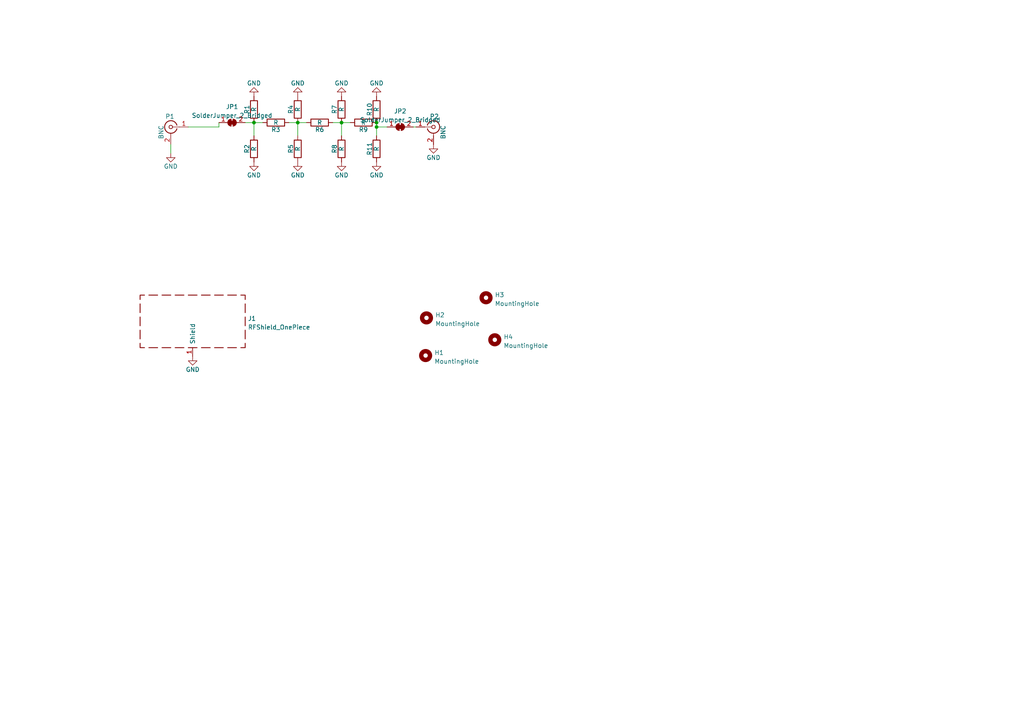
<source format=kicad_sch>
(kicad_sch (version 20211123) (generator eeschema)
  (paper "A4")
  (lib_symbols
    (symbol "Connector:Conn_Coaxial" (pin_names (offset 1.016) hide)
      (property "Reference" "J" (at 0.254 3.048 0))
      (property "Value" "Conn_Coaxial" (at 2.921 0 90))
      (symbol "Conn_Coaxial_0_1"
        (arc (start -1.778 -0.508) (mid 0.2311 -1.8066) (end 1.778 0) (stroke (width 0.254)))
        (polyline (pts (xy -2.54 0) (xy -0.508 0)))
        (polyline (pts (xy 0 -2.54) (xy 0 -1.778)))
        (circle (center 0 0) (radius 0.508) (stroke (width 0.2032)))
        (arc (start 1.778 0) (mid 0.2099 1.8101) (end -1.778 0.508) (stroke (width 0.254)))
      )
      (symbol "Conn_Coaxial_1_1"
        (pin passive line (at -5.08 0 0) (length 2.54) (name "In") (number "1"))
        (pin passive line (at 0 -5.08 90) (length 2.54) (name "Ext") (number "2"))
      )
    )
    (symbol "Device:R" (pin_numbers hide) (pin_names (offset 0))
      (property "Reference" "R" (at 2.032 0 90))
      (property "Value" "R" (at 0 0 90))
      (symbol "R_0_1"
        (rectangle (start -1.016 -2.54) (end 1.016 2.54) (stroke (width 0.254)))
      )
      (symbol "R_1_1"
        (pin passive line (at 0 3.81 270) (length 1.27) (name "~") (number "1"))
        (pin passive line (at 0 -3.81 90) (length 1.27) (name "~") (number "2"))
      )
    )
    (symbol "Device:RFShield_OnePiece" (pin_names (offset 1.016))
      (property "Reference" "J" (at 0 5.08 0))
      (property "Value" "RFShield_OnePiece" (at 0 2.54 0))
      (symbol "RFShield_OnePiece_0_1"
        (polyline (pts (xy -15.24 -5.08) (xy -15.24 -2.54)) (stroke (width 0.254)))
        (polyline (pts (xy -15.24 -1.27) (xy -15.24 1.27)) (stroke (width 0.254)))
        (polyline (pts (xy -15.24 2.54) (xy -15.24 5.08)) (stroke (width 0.254)))
        (polyline (pts (xy -12.7 7.62) (xy -10.16 7.62)) (stroke (width 0.254)))
        (polyline (pts (xy -10.16 -7.62) (xy -12.7 -7.62)) (stroke (width 0.254)))
        (polyline (pts (xy -6.35 -7.62) (xy -8.89 -7.62)) (stroke (width 0.254)))
        (polyline (pts (xy -6.35 7.62) (xy -8.89 7.62)) (stroke (width 0.254)))
        (polyline (pts (xy -2.54 -7.62) (xy -5.08 -7.62)) (stroke (width 0.254)))
        (polyline (pts (xy -2.54 7.62) (xy -5.08 7.62)) (stroke (width 0.254)))
        (polyline (pts (xy -1.27 -7.62) (xy 1.27 -7.62)) (stroke (width 0.254)))
        (polyline (pts (xy 1.27 7.62) (xy -1.27 7.62)) (stroke (width 0.254)))
        (polyline (pts (xy 2.54 -7.62) (xy 5.08 -7.62)) (stroke (width 0.254)))
        (polyline (pts (xy 5.08 7.62) (xy 2.54 7.62)) (stroke (width 0.254)))
        (polyline (pts (xy 6.35 -7.62) (xy 8.89 -7.62)) (stroke (width 0.254)))
        (polyline (pts (xy 8.89 7.62) (xy 6.35 7.62)) (stroke (width 0.254)))
        (polyline (pts (xy 10.16 -7.62) (xy 12.7 -7.62)) (stroke (width 0.254)))
        (polyline (pts (xy 12.7 7.62) (xy 10.16 7.62)) (stroke (width 0.254)))
        (polyline (pts (xy 15.24 -5.08) (xy 15.24 -2.54)) (stroke (width 0.254)))
        (polyline (pts (xy 15.24 -1.27) (xy 15.24 1.27)) (stroke (width 0.254)))
        (polyline (pts (xy 15.24 2.54) (xy 15.24 5.08)) (stroke (width 0.254)))
        (polyline (pts (xy -15.24 6.35) (xy -15.24 7.62) (xy -13.97 7.62)) (stroke (width 0.254)))
        (polyline (pts (xy -13.97 -7.62) (xy -15.24 -7.62) (xy -15.24 -6.35)) (stroke (width 0.254)))
        (polyline (pts (xy 13.97 -7.62) (xy 15.24 -7.62) (xy 15.24 -6.35)) (stroke (width 0.254)))
        (polyline (pts (xy 15.24 6.35) (xy 15.24 7.62) (xy 13.97 7.62)) (stroke (width 0.254)))
      )
      (symbol "RFShield_OnePiece_1_1"
        (pin passive line (at 0 -10.16 90) (length 2.54) (name "Shield") (number "1"))
      )
    )
    (symbol "Jumper:SolderJumper_2_Bridged" (pin_names (offset 0) hide)
      (property "Reference" "JP" (at 0 2.032 0))
      (property "Value" "SolderJumper_2_Bridged" (at 0 -2.54 0))
      (symbol "SolderJumper_2_Bridged_0_1"
        (rectangle (start -0.508 0.508) (end 0.508 -0.508) (fill (type outline)))
        (arc (start -0.254 1.016) (mid -1.27 0) (end -0.254 -1.016))
        (arc (start -0.254 1.016) (mid -1.27 0) (end -0.254 -1.016) (fill (type outline)))
        (polyline (pts (xy -0.254 1.016) (xy -0.254 -1.016)))
        (polyline (pts (xy 0.254 1.016) (xy 0.254 -1.016)))
        (arc (start 0.254 -1.016) (mid 1.27 0) (end 0.254 1.016))
        (arc (start 0.254 -1.016) (mid 1.27 0) (end 0.254 1.016) (fill (type outline)))
      )
      (symbol "SolderJumper_2_Bridged_1_1"
        (pin passive line (at -3.81 0 0) (length 2.54) (name "A") (number "1"))
        (pin passive line (at 3.81 0 180) (length 2.54) (name "B") (number "2"))
      )
    )
    (symbol "Mechanical:MountingHole" (pin_names (offset 1.016))
      (property "Reference" "H" (at 0 5.08 0))
      (property "Value" "MountingHole" (at 0 3.175 0))
      (symbol "MountingHole_0_1"
        (circle (center 0 0) (radius 1.27) (stroke (width 1.27)))
      )
    )
    (symbol "power:GND" (power) (pin_names (offset 0))
      (property "Value" "GND" (at 0 -3.81 0))
      (symbol "GND_0_1"
        (polyline (pts (xy 0 0) (xy 0 -1.27) (xy 1.27 -1.27) (xy 0 -2.54) (xy -1.27 -1.27) (xy 0 -1.27)))
      )
      (symbol "GND_1_1"
        (pin power_in line (at 0 0 270) (length 0) hide (name "GND") (number "1"))
      )
    )
  )
  (junction (at 109.22 35.56))
  (junction (at 99.06 35.56))
  (junction (at 86.36 35.56))
  (junction (at 73.66 35.56))
  (junction (at 109.22 36.83))
  (wire (pts (xy 49.53 41.91) (xy 49.53 44.45)))
  (wire (pts (xy 71.12 35.56) (xy 73.66 35.56)))
  (wire (pts (xy 63.5 36.83) (xy 54.61 36.83)))
  (wire (pts (xy 73.66 39.37) (xy 73.66 35.56)))
  (wire (pts (xy 119.888 36.83) (xy 120.65 36.83)))
  (wire (pts (xy 96.52 35.56) (xy 99.06 35.56)))
  (wire (pts (xy 109.22 36.83) (xy 109.22 39.37)))
  (wire (pts (xy 99.06 35.56) (xy 99.06 39.37)))
  (wire (pts (xy 86.36 35.56) (xy 88.9 35.56)))
  (wire (pts (xy 83.82 35.56) (xy 86.36 35.56)))
  (wire (pts (xy 73.66 35.56) (xy 76.2 35.56)))
  (wire (pts (xy 63.5 35.56) (xy 63.5 36.83)))
  (wire (pts (xy 99.06 35.56) (xy 101.6 35.56)))
  (wire (pts (xy 86.36 35.56) (xy 86.36 39.37)))
  (wire (pts (xy 109.22 36.83) (xy 112.268 36.83)))
  (wire (pts (xy 109.22 35.56) (xy 109.22 36.83)))
  (symbol (lib_id "Connector:Conn_Coaxial") (at 49.53 36.83 0) (mirror y) (unit 1)
    (property "Reference" "P1" (at 49.276 33.782 0))
    (property "Value" "BNC" (at 46.736 38.354 90))
    (property "Footprint" "Connector_Coaxial:SMA_Samtec_SMA-J-P-X-ST-EM1_EdgeMount" (effects hide))
  )
  (symbol (lib_id "power:GND") (at 55.88 103.378 0) (unit 1)
    (property "Reference" "#PWR02" (effects hide))
    (property "Value" "GND" (at 55.88 107.188 0))
  )
  (symbol (lib_id "power:GND") (at 49.53 44.45 0) (unit 1)
    (property "Reference" "#PWR01" (effects hide))
    (property "Value" "GND" (at 49.53 48.26 0))
  )
  (symbol (lib_id "Device:R") (at 73.66 31.75 180) (unit 1)
    (property "Reference" "R1" (at 71.628 31.75 90))
    (property "Value" "R" (at 73.66 31.75 90))
    (property "Footprint" "Inductor_SMD:L_0805_2012Metric_Pad1.15x1.40mm_HandSolder" (effects hide))
  )
  (symbol (lib_id "Device:R") (at 73.66 43.18 180) (unit 1)
    (property "Reference" "R2" (at 71.628 43.18 90))
    (property "Value" "R" (at 73.66 43.18 90))
    (property "Footprint" "Inductor_SMD:L_0805_2012Metric_Pad1.15x1.40mm_HandSolder" (effects hide))
  )
  (symbol (lib_id "Device:R") (at 80.01 35.56 270) (unit 1)
    (property "Reference" "R3" (at 80.01 37.592 90))
    (property "Value" "R" (at 80.01 35.56 90))
    (property "Footprint" "hnch:L_1008_0805_0603_HandSolder_Combo" (effects hide))
  )
  (symbol (lib_id "Device:R") (at 86.36 31.75 180) (unit 1)
    (property "Reference" "R4" (at 84.328 31.75 90))
    (property "Value" "R" (at 86.36 31.75 90))
    (property "Footprint" "Inductor_SMD:L_0805_2012Metric_Pad1.15x1.40mm_HandSolder" (effects hide))
  )
  (symbol (lib_id "Device:R") (at 86.36 43.18 180) (unit 1)
    (property "Reference" "R5" (at 84.328 43.18 90))
    (property "Value" "R" (at 86.36 43.18 90))
    (property "Footprint" "Inductor_SMD:L_0805_2012Metric_Pad1.15x1.40mm_HandSolder" (effects hide))
  )
  (symbol (lib_id "Device:R") (at 92.71 35.56 270) (unit 1)
    (property "Reference" "R6" (at 92.71 37.592 90))
    (property "Value" "R" (at 92.71 35.56 90))
    (property "Footprint" "hnch:L_1008_0805_0603_HandSolder_Combo" (effects hide))
  )
  (symbol (lib_id "Device:R") (at 99.06 31.75 180) (unit 1)
    (property "Reference" "R7" (at 97.028 31.75 90))
    (property "Value" "R" (at 99.06 31.75 90))
    (property "Footprint" "Inductor_SMD:L_0805_2012Metric_Pad1.15x1.40mm_HandSolder" (effects hide))
  )
  (symbol (lib_id "Device:R") (at 99.06 43.18 180) (unit 1)
    (property "Reference" "R8" (at 97.028 43.18 90))
    (property "Value" "R" (at 99.06 43.18 90))
    (property "Footprint" "Inductor_SMD:L_0805_2012Metric_Pad1.15x1.40mm_HandSolder" (effects hide))
  )
  (symbol (lib_id "Connector:Conn_Coaxial") (at 125.73 36.83 0) (unit 1)
    (property "Reference" "P2" (at 125.984 33.782 0))
    (property "Value" "BNC" (at 128.524 38.354 90))
    (property "Footprint" "Connector_Coaxial:SMA_Samtec_SMA-J-P-X-ST-EM1_EdgeMount" (effects hide))
  )
  (symbol (lib_id "power:GND") (at 73.66 46.99 0) (unit 1)
    (property "Reference" "#PWR04" (effects hide))
    (property "Value" "GND" (at 73.66 50.8 0))
  )
  (symbol (lib_id "power:GND") (at 86.36 46.99 0) (unit 1)
    (property "Reference" "#PWR06" (effects hide))
    (property "Value" "GND" (at 86.36 50.8 0))
  )
  (symbol (lib_id "power:GND") (at 99.06 46.99 0) (unit 1)
    (property "Reference" "#PWR08" (effects hide))
    (property "Value" "GND" (at 99.06 50.8 0))
  )
  (symbol (lib_id "power:GND") (at 99.06 27.94 180) (unit 1)
    (property "Reference" "#PWR07" (effects hide))
    (property "Value" "GND" (at 99.06 24.13 0))
  )
  (symbol (lib_id "power:GND") (at 86.36 27.94 180) (unit 1)
    (property "Reference" "#PWR05" (effects hide))
    (property "Value" "GND" (at 86.36 24.13 0))
  )
  (symbol (lib_id "power:GND") (at 73.66 27.94 180) (unit 1)
    (property "Reference" "#PWR03" (effects hide))
    (property "Value" "GND" (at 73.66 24.13 0))
  )
  (symbol (lib_id "power:GND") (at 125.73 41.91 0) (unit 1)
    (property "Reference" "#PWR011" (effects hide))
    (property "Value" "GND" (at 125.73 45.72 0))
  )
  (symbol (lib_id "Device:R") (at 105.41 35.56 270) (unit 1)
    (property "Reference" "R9" (at 105.41 37.592 90))
    (property "Value" "R" (at 105.41 35.56 90))
    (property "Footprint" "hnch:L_1008_0805_0603_HandSolder_Combo" (effects hide))
  )
  (symbol (lib_id "Device:R") (at 109.22 43.18 180) (unit 1)
    (property "Reference" "R11" (at 107.188 43.18 90))
    (property "Value" "R" (at 109.22 43.18 90))
    (property "Footprint" "Inductor_SMD:L_0805_2012Metric_Pad1.15x1.40mm_HandSolder" (effects hide))
  )
  (symbol (lib_id "power:GND") (at 109.22 46.99 0) (unit 1)
    (property "Reference" "#PWR010" (effects hide))
    (property "Value" "GND" (at 109.22 50.8 0))
  )
  (symbol (lib_id "Device:R") (at 109.22 31.75 180) (unit 1)
    (property "Reference" "R10" (at 107.188 31.75 90))
    (property "Value" "R" (at 109.22 31.75 90))
    (property "Footprint" "Inductor_SMD:L_0805_2012Metric_Pad1.15x1.40mm_HandSolder" (effects hide))
  )
  (symbol (lib_id "power:GND") (at 109.22 27.94 180) (unit 1)
    (property "Reference" "#PWR09" (effects hide))
    (property "Value" "GND" (at 109.22 24.13 0))
  )
  (symbol (lib_id "Mechanical:MountingHole") (at 123.698 92.202 0) (unit 1)
    (property "Reference" "H2" (at 126.238 91.3673 0) (effects (justify left)))
    (property "Value" "MountingHole" (at 126.238 93.9042 0) (effects (justify left)))
    (property "Footprint" "MountingHole:MountingHole_3.2mm_M3" (effects hide))
  )
  (symbol (lib_id "Jumper:SolderJumper_2_Bridged") (at 67.31 35.56 0) (unit 1)
    (property "Reference" "JP1" (at 67.31 30.9712 0))
    (property "Value" "SolderJumper_2_Bridged" (at 67.31 33.5081 0))
    (property "Footprint" "Jumper:SolderJumper-2_P1.3mm_Bridged2Bar_Pad1.0x1.5mm" (effects hide))
  )
  (symbol (lib_id "Mechanical:MountingHole") (at 123.444 103.124 0) (unit 1)
    (property "Reference" "H1" (at 125.984 102.2893 0) (effects (justify left)))
    (property "Value" "MountingHole" (at 125.984 104.8262 0) (effects (justify left)))
    (property "Footprint" "MountingHole:MountingHole_3.2mm_M3" (effects hide))
  )
  (symbol (lib_id "Device:RFShield_OnePiece") (at 55.88 93.218 0) (unit 1)
    (property "Reference" "J1" (at 71.882 92.3833 0) (effects (justify left)))
    (property "Value" "RFShield_OnePiece" (at 71.882 94.9202 0) (effects (justify left)))
    (property "Footprint" "RF_Shielding:Wuerth_36103205_20x20mm" (effects hide))
  )
  (symbol (lib_id "Jumper:SolderJumper_2_Bridged") (at 116.078 36.83 0) (unit 1)
    (property "Reference" "JP2" (at 116.078 32.2412 0))
    (property "Value" "SolderJumper_2_Bridged" (at 116.078 34.7781 0))
    (property "Footprint" "Jumper:SolderJumper-2_P1.3mm_Bridged2Bar_Pad1.0x1.5mm" (effects hide))
  )
  (symbol (lib_id "Mechanical:MountingHole") (at 143.51 98.552 0) (unit 1)
    (property "Reference" "H4" (at 146.05 97.7173 0) (effects (justify left)))
    (property "Value" "MountingHole" (at 146.05 100.2542 0) (effects (justify left)))
    (property "Footprint" "MountingHole:MountingHole_3.2mm_M3" (effects hide))
  )
  (symbol (lib_id "Mechanical:MountingHole") (at 140.97 86.36 0) (unit 1)
    (property "Reference" "H3" (at 143.51 85.5253 0) (effects (justify left)))
    (property "Value" "MountingHole" (at 143.51 88.0622 0) (effects (justify left)))
    (property "Footprint" "MountingHole:MountingHole_3.2mm_M3" (effects hide))
  )
)
</source>
